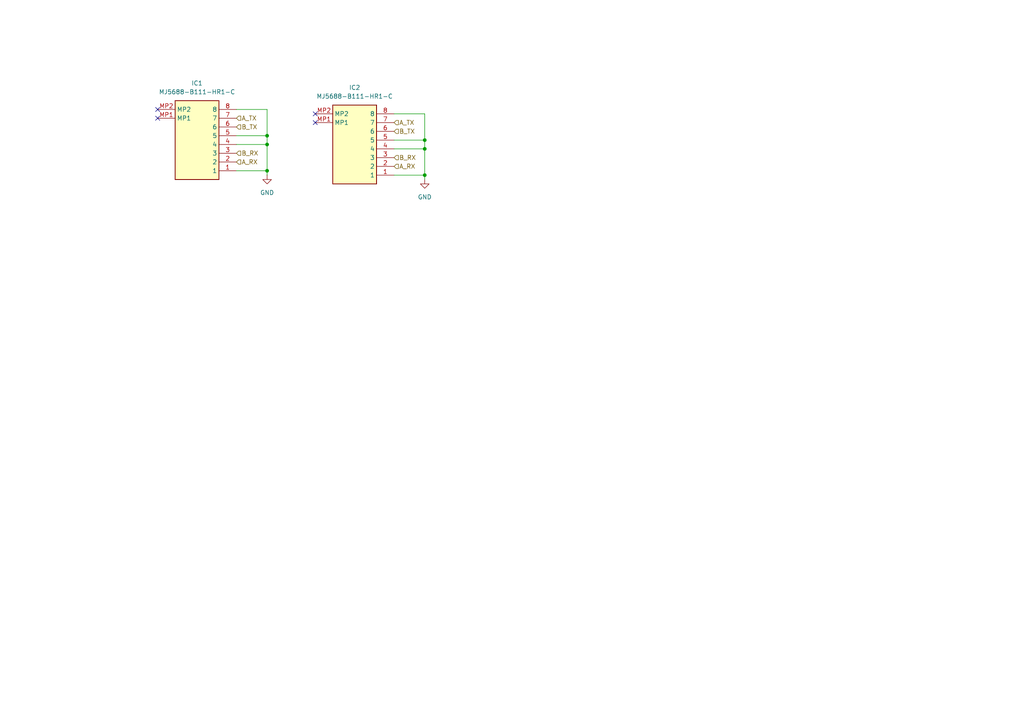
<source format=kicad_sch>
(kicad_sch
	(version 20231120)
	(generator "eeschema")
	(generator_version "8.0")
	(uuid "afba5ac6-4440-4d63-ba2e-6387288c74d1")
	(paper "A4")
	(title_block
		(title "BioReactify Master")
		(rev "400")
		(comment 1 "Controller & Measurement Board")
		(comment 2 "Alexis Saldivar")
	)
	(lib_symbols
		(symbol "SamacSys_Parts:MJ5688-B111-HR1-C"
			(exclude_from_sim no)
			(in_bom yes)
			(on_board yes)
			(property "Reference" "IC"
				(at 19.05 7.62 0)
				(effects
					(font
						(size 1.27 1.27)
					)
					(justify left top)
				)
			)
			(property "Value" "MJ5688-B111-HR1-C"
				(at 19.05 5.08 0)
				(effects
					(font
						(size 1.27 1.27)
					)
					(justify left top)
				)
			)
			(property "Footprint" "MJ5688B111HR1C"
				(at 19.05 -94.92 0)
				(effects
					(font
						(size 1.27 1.27)
					)
					(justify left top)
					(hide yes)
				)
			)
			(property "Datasheet" "https://datasheet.lcsc.com/lcsc/2003281412_Heling-MJ5688-B111-HR1-C_C501471.pdf"
				(at 19.05 -194.92 0)
				(effects
					(font
						(size 1.27 1.27)
					)
					(justify left top)
					(hide yes)
				)
			)
			(property "Description" "RJ45 RJReceptacle 1 Yes Surface Mount Without LED -40~+80 SMD Ethernet Connectors/Modular Connectors (RJ45 RJ11) ROHS"
				(at 0 0 0)
				(effects
					(font
						(size 1.27 1.27)
					)
					(hide yes)
				)
			)
			(property "Height" "13.8"
				(at 19.05 -394.92 0)
				(effects
					(font
						(size 1.27 1.27)
					)
					(justify left top)
					(hide yes)
				)
			)
			(property "Manufacturer_Name" "Heling"
				(at 19.05 -494.92 0)
				(effects
					(font
						(size 1.27 1.27)
					)
					(justify left top)
					(hide yes)
				)
			)
			(property "Manufacturer_Part_Number" "MJ5688-B111-HR1-C"
				(at 19.05 -594.92 0)
				(effects
					(font
						(size 1.27 1.27)
					)
					(justify left top)
					(hide yes)
				)
			)
			(property "Mouser Part Number" ""
				(at 19.05 -694.92 0)
				(effects
					(font
						(size 1.27 1.27)
					)
					(justify left top)
					(hide yes)
				)
			)
			(property "Mouser Price/Stock" ""
				(at 19.05 -794.92 0)
				(effects
					(font
						(size 1.27 1.27)
					)
					(justify left top)
					(hide yes)
				)
			)
			(property "Arrow Part Number" ""
				(at 19.05 -894.92 0)
				(effects
					(font
						(size 1.27 1.27)
					)
					(justify left top)
					(hide yes)
				)
			)
			(property "Arrow Price/Stock" ""
				(at 19.05 -994.92 0)
				(effects
					(font
						(size 1.27 1.27)
					)
					(justify left top)
					(hide yes)
				)
			)
			(symbol "MJ5688-B111-HR1-C_1_1"
				(rectangle
					(start 5.08 2.54)
					(end 17.78 -20.32)
					(stroke
						(width 0.254)
						(type default)
					)
					(fill
						(type background)
					)
				)
				(pin passive line
					(at 22.86 -17.78 180)
					(length 5.08)
					(name "1"
						(effects
							(font
								(size 1.27 1.27)
							)
						)
					)
					(number "1"
						(effects
							(font
								(size 1.27 1.27)
							)
						)
					)
				)
				(pin passive line
					(at 22.86 -15.24 180)
					(length 5.08)
					(name "2"
						(effects
							(font
								(size 1.27 1.27)
							)
						)
					)
					(number "2"
						(effects
							(font
								(size 1.27 1.27)
							)
						)
					)
				)
				(pin passive line
					(at 22.86 -12.7 180)
					(length 5.08)
					(name "3"
						(effects
							(font
								(size 1.27 1.27)
							)
						)
					)
					(number "3"
						(effects
							(font
								(size 1.27 1.27)
							)
						)
					)
				)
				(pin passive line
					(at 22.86 -10.16 180)
					(length 5.08)
					(name "4"
						(effects
							(font
								(size 1.27 1.27)
							)
						)
					)
					(number "4"
						(effects
							(font
								(size 1.27 1.27)
							)
						)
					)
				)
				(pin passive line
					(at 22.86 -7.62 180)
					(length 5.08)
					(name "5"
						(effects
							(font
								(size 1.27 1.27)
							)
						)
					)
					(number "5"
						(effects
							(font
								(size 1.27 1.27)
							)
						)
					)
				)
				(pin passive line
					(at 22.86 -5.08 180)
					(length 5.08)
					(name "6"
						(effects
							(font
								(size 1.27 1.27)
							)
						)
					)
					(number "6"
						(effects
							(font
								(size 1.27 1.27)
							)
						)
					)
				)
				(pin passive line
					(at 22.86 -2.54 180)
					(length 5.08)
					(name "7"
						(effects
							(font
								(size 1.27 1.27)
							)
						)
					)
					(number "7"
						(effects
							(font
								(size 1.27 1.27)
							)
						)
					)
				)
				(pin passive line
					(at 22.86 0 180)
					(length 5.08)
					(name "8"
						(effects
							(font
								(size 1.27 1.27)
							)
						)
					)
					(number "8"
						(effects
							(font
								(size 1.27 1.27)
							)
						)
					)
				)
				(pin passive line
					(at 0 -2.54 0)
					(length 5.08)
					(name "MP1"
						(effects
							(font
								(size 1.27 1.27)
							)
						)
					)
					(number "MP1"
						(effects
							(font
								(size 1.27 1.27)
							)
						)
					)
				)
				(pin passive line
					(at 0 0 0)
					(length 5.08)
					(name "MP2"
						(effects
							(font
								(size 1.27 1.27)
							)
						)
					)
					(number "MP2"
						(effects
							(font
								(size 1.27 1.27)
							)
						)
					)
				)
			)
		)
		(symbol "power:GND"
			(power)
			(pin_numbers hide)
			(pin_names
				(offset 0) hide)
			(exclude_from_sim no)
			(in_bom yes)
			(on_board yes)
			(property "Reference" "#PWR"
				(at 0 -6.35 0)
				(effects
					(font
						(size 1.27 1.27)
					)
					(hide yes)
				)
			)
			(property "Value" "GND"
				(at 0 -3.81 0)
				(effects
					(font
						(size 1.27 1.27)
					)
				)
			)
			(property "Footprint" ""
				(at 0 0 0)
				(effects
					(font
						(size 1.27 1.27)
					)
					(hide yes)
				)
			)
			(property "Datasheet" ""
				(at 0 0 0)
				(effects
					(font
						(size 1.27 1.27)
					)
					(hide yes)
				)
			)
			(property "Description" "Power symbol creates a global label with name \"GND\" , ground"
				(at 0 0 0)
				(effects
					(font
						(size 1.27 1.27)
					)
					(hide yes)
				)
			)
			(property "ki_keywords" "global power"
				(at 0 0 0)
				(effects
					(font
						(size 1.27 1.27)
					)
					(hide yes)
				)
			)
			(symbol "GND_0_1"
				(polyline
					(pts
						(xy 0 0) (xy 0 -1.27) (xy 1.27 -1.27) (xy 0 -2.54) (xy -1.27 -1.27) (xy 0 -1.27)
					)
					(stroke
						(width 0)
						(type default)
					)
					(fill
						(type none)
					)
				)
			)
			(symbol "GND_1_1"
				(pin power_in line
					(at 0 0 270)
					(length 0)
					(name "~"
						(effects
							(font
								(size 1.27 1.27)
							)
						)
					)
					(number "1"
						(effects
							(font
								(size 1.27 1.27)
							)
						)
					)
				)
			)
		)
	)
	(junction
		(at 77.47 49.53)
		(diameter 0)
		(color 0 0 0 0)
		(uuid "0656f9bc-dc12-466a-a240-74fac14406db")
	)
	(junction
		(at 123.19 43.18)
		(diameter 0)
		(color 0 0 0 0)
		(uuid "1f990b40-75cb-4068-98fe-2149383b176a")
	)
	(junction
		(at 77.47 41.91)
		(diameter 0)
		(color 0 0 0 0)
		(uuid "252564ec-5221-4c80-aa9c-0d689c9369e6")
	)
	(junction
		(at 77.47 39.37)
		(diameter 0)
		(color 0 0 0 0)
		(uuid "8850fbbc-287a-4de3-8890-7fc12e652ec7")
	)
	(junction
		(at 123.19 40.64)
		(diameter 0)
		(color 0 0 0 0)
		(uuid "aed6b05a-446f-45bf-abc3-653f948b14ed")
	)
	(junction
		(at 123.19 50.8)
		(diameter 0)
		(color 0 0 0 0)
		(uuid "d44fc728-157c-49da-bc1b-6c010181b848")
	)
	(no_connect
		(at 45.72 31.75)
		(uuid "361e8dd0-e1d7-4a2b-9aa1-c5ab9f2f0d52")
	)
	(no_connect
		(at 91.44 33.02)
		(uuid "d24703af-7aee-40c1-bf41-881a6c75508f")
	)
	(no_connect
		(at 45.72 34.29)
		(uuid "d8d0887c-09e0-4ed7-a5ea-4b2e775f4495")
	)
	(no_connect
		(at 91.44 35.56)
		(uuid "dce69703-509a-4369-844a-22046d2d3d28")
	)
	(wire
		(pts
			(xy 123.19 40.64) (xy 123.19 43.18)
		)
		(stroke
			(width 0)
			(type default)
		)
		(uuid "099d8fe1-835c-494b-a49f-8216f96c6952")
	)
	(wire
		(pts
			(xy 123.19 33.02) (xy 123.19 40.64)
		)
		(stroke
			(width 0)
			(type default)
		)
		(uuid "0d161ddb-132a-40a8-bf02-d9a5c9b560e8")
	)
	(wire
		(pts
			(xy 77.47 41.91) (xy 77.47 49.53)
		)
		(stroke
			(width 0)
			(type default)
		)
		(uuid "0e654949-726e-43bb-8614-fba023e224eb")
	)
	(wire
		(pts
			(xy 68.58 39.37) (xy 77.47 39.37)
		)
		(stroke
			(width 0)
			(type default)
		)
		(uuid "0e661d71-4558-46e7-b5df-d283c2c41a9d")
	)
	(wire
		(pts
			(xy 77.47 49.53) (xy 77.47 50.8)
		)
		(stroke
			(width 0)
			(type default)
		)
		(uuid "4e65e9f4-84f5-4238-b47f-77034fd02d9f")
	)
	(wire
		(pts
			(xy 68.58 49.53) (xy 77.47 49.53)
		)
		(stroke
			(width 0)
			(type default)
		)
		(uuid "741e5f13-2195-41f7-a853-0774a57143b3")
	)
	(wire
		(pts
			(xy 123.19 50.8) (xy 123.19 52.07)
		)
		(stroke
			(width 0)
			(type default)
		)
		(uuid "820be725-989f-462a-a1d5-0bacb956f1bd")
	)
	(wire
		(pts
			(xy 77.47 39.37) (xy 77.47 41.91)
		)
		(stroke
			(width 0)
			(type default)
		)
		(uuid "842ca132-3e8e-4ff4-897b-2e9ec72e221f")
	)
	(wire
		(pts
			(xy 114.3 40.64) (xy 123.19 40.64)
		)
		(stroke
			(width 0)
			(type default)
		)
		(uuid "899140bb-125a-4093-b66c-bf49372e11b6")
	)
	(wire
		(pts
			(xy 77.47 31.75) (xy 77.47 39.37)
		)
		(stroke
			(width 0)
			(type default)
		)
		(uuid "9309f9f6-d9a6-48e9-8a41-dd2fe5f353c0")
	)
	(wire
		(pts
			(xy 114.3 43.18) (xy 123.19 43.18)
		)
		(stroke
			(width 0)
			(type default)
		)
		(uuid "99053913-858d-4fc0-a3eb-88d56970c7c9")
	)
	(wire
		(pts
			(xy 123.19 43.18) (xy 123.19 50.8)
		)
		(stroke
			(width 0)
			(type default)
		)
		(uuid "9ca450bd-f1ad-4b05-9465-5b28199bcc4c")
	)
	(wire
		(pts
			(xy 114.3 50.8) (xy 123.19 50.8)
		)
		(stroke
			(width 0)
			(type default)
		)
		(uuid "ae947bed-35f7-4f9f-84d2-6693d572448f")
	)
	(wire
		(pts
			(xy 114.3 33.02) (xy 123.19 33.02)
		)
		(stroke
			(width 0)
			(type default)
		)
		(uuid "c2d0cb8a-37ef-4084-9c1d-93285ff59075")
	)
	(wire
		(pts
			(xy 68.58 41.91) (xy 77.47 41.91)
		)
		(stroke
			(width 0)
			(type default)
		)
		(uuid "c66588bb-ae08-4ec8-b394-4388077fafce")
	)
	(wire
		(pts
			(xy 68.58 31.75) (xy 77.47 31.75)
		)
		(stroke
			(width 0)
			(type default)
		)
		(uuid "dff73f20-8ddd-47c4-8d37-702357b0a05f")
	)
	(hierarchical_label "B_RX"
		(shape input)
		(at 68.58 44.45 0)
		(fields_autoplaced yes)
		(effects
			(font
				(size 1.27 1.27)
			)
			(justify left)
		)
		(uuid "0ba44bb7-4e58-422b-86f7-26959371874b")
	)
	(hierarchical_label "A_RX"
		(shape input)
		(at 68.58 46.99 0)
		(fields_autoplaced yes)
		(effects
			(font
				(size 1.27 1.27)
			)
			(justify left)
		)
		(uuid "2ad5ab64-bd79-40e1-852a-1b7f82bd78c9")
	)
	(hierarchical_label "B_TX"
		(shape input)
		(at 114.3 38.1 0)
		(fields_autoplaced yes)
		(effects
			(font
				(size 1.27 1.27)
			)
			(justify left)
		)
		(uuid "49265d09-9507-44a8-990d-6c2a8b8cfd47")
	)
	(hierarchical_label "A_TX"
		(shape input)
		(at 114.3 35.56 0)
		(fields_autoplaced yes)
		(effects
			(font
				(size 1.27 1.27)
			)
			(justify left)
		)
		(uuid "4bb7087e-85d0-49a3-a940-c14cb0feb9a7")
	)
	(hierarchical_label "A_TX"
		(shape input)
		(at 68.58 34.29 0)
		(fields_autoplaced yes)
		(effects
			(font
				(size 1.27 1.27)
			)
			(justify left)
		)
		(uuid "92889cd3-cdaa-4b9c-851c-8851802b5f47")
	)
	(hierarchical_label "B_TX"
		(shape input)
		(at 68.58 36.83 0)
		(fields_autoplaced yes)
		(effects
			(font
				(size 1.27 1.27)
			)
			(justify left)
		)
		(uuid "bb347022-726a-4882-bef3-4c3265bfe12d")
	)
	(hierarchical_label "B_RX"
		(shape input)
		(at 114.3 45.72 0)
		(fields_autoplaced yes)
		(effects
			(font
				(size 1.27 1.27)
			)
			(justify left)
		)
		(uuid "d1652a3a-dd15-49a8-9ded-17d790dc716f")
	)
	(hierarchical_label "A_RX"
		(shape input)
		(at 114.3 48.26 0)
		(fields_autoplaced yes)
		(effects
			(font
				(size 1.27 1.27)
			)
			(justify left)
		)
		(uuid "d55d60fe-d86c-4aae-9ce6-8f66dbb1e7fe")
	)
	(symbol
		(lib_id "power:GND")
		(at 123.19 52.07 0)
		(unit 1)
		(exclude_from_sim no)
		(in_bom yes)
		(on_board yes)
		(dnp no)
		(fields_autoplaced yes)
		(uuid "450f67ff-a057-48e6-8862-779f8b2aba4d")
		(property "Reference" "#PWR051"
			(at 123.19 58.42 0)
			(effects
				(font
					(size 1.27 1.27)
				)
				(hide yes)
			)
		)
		(property "Value" "GND"
			(at 123.19 57.15 0)
			(effects
				(font
					(size 1.27 1.27)
				)
			)
		)
		(property "Footprint" ""
			(at 123.19 52.07 0)
			(effects
				(font
					(size 1.27 1.27)
				)
				(hide yes)
			)
		)
		(property "Datasheet" ""
			(at 123.19 52.07 0)
			(effects
				(font
					(size 1.27 1.27)
				)
				(hide yes)
			)
		)
		(property "Description" "Power symbol creates a global label with name \"GND\" , ground"
			(at 123.19 52.07 0)
			(effects
				(font
					(size 1.27 1.27)
				)
				(hide yes)
			)
		)
		(pin "1"
			(uuid "cdf4311f-bf8b-42d7-a6d7-a288c1246218")
		)
		(instances
			(project "BioReactify"
				(path "/f275995d-e5b5-425a-b4cf-d04224d3feca/8e97a085-475c-45eb-a38e-cbac1da1dc25"
					(reference "#PWR051")
					(unit 1)
				)
			)
		)
	)
	(symbol
		(lib_id "SamacSys_Parts:MJ5688-B111-HR1-C")
		(at 45.72 31.75 0)
		(unit 1)
		(exclude_from_sim no)
		(in_bom yes)
		(on_board yes)
		(dnp no)
		(fields_autoplaced yes)
		(uuid "8aa09972-4bd0-4c64-a1ad-730aa8d67764")
		(property "Reference" "IC1"
			(at 57.15 24.13 0)
			(effects
				(font
					(size 1.27 1.27)
				)
			)
		)
		(property "Value" "MJ5688-B111-HR1-C"
			(at 57.15 26.67 0)
			(effects
				(font
					(size 1.27 1.27)
				)
			)
		)
		(property "Footprint" "SamacSys_Parts:MJ5688B111HR1C"
			(at 64.77 126.67 0)
			(effects
				(font
					(size 1.27 1.27)
				)
				(justify left top)
				(hide yes)
			)
		)
		(property "Datasheet" "https://datasheet.lcsc.com/lcsc/2003281412_Heling-MJ5688-B111-HR1-C_C501471.pdf"
			(at 64.77 226.67 0)
			(effects
				(font
					(size 1.27 1.27)
				)
				(justify left top)
				(hide yes)
			)
		)
		(property "Description" "RJ45 RJReceptacle 1 Yes Surface Mount Without LED -40~+80 SMD Ethernet Connectors/Modular Connectors (RJ45 RJ11) ROHS"
			(at 45.72 31.75 0)
			(effects
				(font
					(size 1.27 1.27)
				)
				(hide yes)
			)
		)
		(property "Height" "13.8"
			(at 64.77 426.67 0)
			(effects
				(font
					(size 1.27 1.27)
				)
				(justify left top)
				(hide yes)
			)
		)
		(property "Manufacturer_Name" "Heling"
			(at 64.77 526.67 0)
			(effects
				(font
					(size 1.27 1.27)
				)
				(justify left top)
				(hide yes)
			)
		)
		(property "Manufacturer_Part_Number" "MJ5688-B111-HR1-C"
			(at 64.77 626.67 0)
			(effects
				(font
					(size 1.27 1.27)
				)
				(justify left top)
				(hide yes)
			)
		)
		(property "Mouser Part Number" ""
			(at 64.77 726.67 0)
			(effects
				(font
					(size 1.27 1.27)
				)
				(justify left top)
				(hide yes)
			)
		)
		(property "Mouser Price/Stock" ""
			(at 64.77 826.67 0)
			(effects
				(font
					(size 1.27 1.27)
				)
				(justify left top)
				(hide yes)
			)
		)
		(property "Arrow Part Number" ""
			(at 64.77 926.67 0)
			(effects
				(font
					(size 1.27 1.27)
				)
				(justify left top)
				(hide yes)
			)
		)
		(property "Arrow Price/Stock" ""
			(at 64.77 1026.67 0)
			(effects
				(font
					(size 1.27 1.27)
				)
				(justify left top)
				(hide yes)
			)
		)
		(pin "7"
			(uuid "5f7fc33f-1bcb-4fc7-b518-cade662d1eb5")
		)
		(pin "MP1"
			(uuid "36fa207b-c18d-45c4-b936-ebb1f53eaf42")
		)
		(pin "3"
			(uuid "6faa3ec5-61ff-4921-a9bf-8a2c21e621fa")
		)
		(pin "1"
			(uuid "c16ea2dd-069a-4bd0-a4b6-bba64d23cd30")
		)
		(pin "4"
			(uuid "4a761718-1927-4088-99f3-f262a937d4dc")
		)
		(pin "6"
			(uuid "ef549ecb-315f-49df-ae02-e3a31ea6c2dd")
		)
		(pin "MP2"
			(uuid "e7e0a6d1-7cb6-4b94-9596-bf73d899d91a")
		)
		(pin "2"
			(uuid "94f6e2ce-6d4b-47ab-aee0-61927a009268")
		)
		(pin "5"
			(uuid "06294c57-2077-475a-9af6-17eb8784fad6")
		)
		(pin "8"
			(uuid "cb33a976-6cfd-4715-90fe-2dbdf95eec98")
		)
		(instances
			(project "BioReactify"
				(path "/f275995d-e5b5-425a-b4cf-d04224d3feca/8e97a085-475c-45eb-a38e-cbac1da1dc25"
					(reference "IC1")
					(unit 1)
				)
			)
		)
	)
	(symbol
		(lib_id "power:GND")
		(at 77.47 50.8 0)
		(unit 1)
		(exclude_from_sim no)
		(in_bom yes)
		(on_board yes)
		(dnp no)
		(fields_autoplaced yes)
		(uuid "e31d0452-32dc-45e2-b0c5-0200bbe8a64e")
		(property "Reference" "#PWR050"
			(at 77.47 57.15 0)
			(effects
				(font
					(size 1.27 1.27)
				)
				(hide yes)
			)
		)
		(property "Value" "GND"
			(at 77.47 55.88 0)
			(effects
				(font
					(size 1.27 1.27)
				)
			)
		)
		(property "Footprint" ""
			(at 77.47 50.8 0)
			(effects
				(font
					(size 1.27 1.27)
				)
				(hide yes)
			)
		)
		(property "Datasheet" ""
			(at 77.47 50.8 0)
			(effects
				(font
					(size 1.27 1.27)
				)
				(hide yes)
			)
		)
		(property "Description" "Power symbol creates a global label with name \"GND\" , ground"
			(at 77.47 50.8 0)
			(effects
				(font
					(size 1.27 1.27)
				)
				(hide yes)
			)
		)
		(pin "1"
			(uuid "b5924088-84b5-431c-af80-857ddf4879d7")
		)
		(instances
			(project "BioReactify"
				(path "/f275995d-e5b5-425a-b4cf-d04224d3feca/8e97a085-475c-45eb-a38e-cbac1da1dc25"
					(reference "#PWR050")
					(unit 1)
				)
			)
		)
	)
	(symbol
		(lib_id "SamacSys_Parts:MJ5688-B111-HR1-C")
		(at 91.44 33.02 0)
		(unit 1)
		(exclude_from_sim no)
		(in_bom yes)
		(on_board yes)
		(dnp no)
		(fields_autoplaced yes)
		(uuid "f4fa4cf9-b865-40ff-8a67-ecbcf6a2ef59")
		(property "Reference" "IC2"
			(at 102.87 25.4 0)
			(effects
				(font
					(size 1.27 1.27)
				)
			)
		)
		(property "Value" "MJ5688-B111-HR1-C"
			(at 102.87 27.94 0)
			(effects
				(font
					(size 1.27 1.27)
				)
			)
		)
		(property "Footprint" "SamacSys_Parts:MJ5688B111HR1C"
			(at 110.49 127.94 0)
			(effects
				(font
					(size 1.27 1.27)
				)
				(justify left top)
				(hide yes)
			)
		)
		(property "Datasheet" "https://datasheet.lcsc.com/lcsc/2003281412_Heling-MJ5688-B111-HR1-C_C501471.pdf"
			(at 110.49 227.94 0)
			(effects
				(font
					(size 1.27 1.27)
				)
				(justify left top)
				(hide yes)
			)
		)
		(property "Description" "RJ45 RJReceptacle 1 Yes Surface Mount Without LED -40~+80 SMD Ethernet Connectors/Modular Connectors (RJ45 RJ11) ROHS"
			(at 91.44 33.02 0)
			(effects
				(font
					(size 1.27 1.27)
				)
				(hide yes)
			)
		)
		(property "Height" "13.8"
			(at 110.49 427.94 0)
			(effects
				(font
					(size 1.27 1.27)
				)
				(justify left top)
				(hide yes)
			)
		)
		(property "Manufacturer_Name" "Heling"
			(at 110.49 527.94 0)
			(effects
				(font
					(size 1.27 1.27)
				)
				(justify left top)
				(hide yes)
			)
		)
		(property "Manufacturer_Part_Number" "MJ5688-B111-HR1-C"
			(at 110.49 627.94 0)
			(effects
				(font
					(size 1.27 1.27)
				)
				(justify left top)
				(hide yes)
			)
		)
		(property "Mouser Part Number" ""
			(at 110.49 727.94 0)
			(effects
				(font
					(size 1.27 1.27)
				)
				(justify left top)
				(hide yes)
			)
		)
		(property "Mouser Price/Stock" ""
			(at 110.49 827.94 0)
			(effects
				(font
					(size 1.27 1.27)
				)
				(justify left top)
				(hide yes)
			)
		)
		(property "Arrow Part Number" ""
			(at 110.49 927.94 0)
			(effects
				(font
					(size 1.27 1.27)
				)
				(justify left top)
				(hide yes)
			)
		)
		(property "Arrow Price/Stock" ""
			(at 110.49 1027.94 0)
			(effects
				(font
					(size 1.27 1.27)
				)
				(justify left top)
				(hide yes)
			)
		)
		(pin "7"
			(uuid "35523202-d53e-409b-9bca-8fbb341d0edc")
		)
		(pin "MP1"
			(uuid "3443f45f-4152-4a55-af04-29e47702023b")
		)
		(pin "3"
			(uuid "00012b99-6257-407e-9e42-91f80e2de5b7")
		)
		(pin "1"
			(uuid "2e3cff09-97c5-47a6-9f08-79551dbd2022")
		)
		(pin "4"
			(uuid "2621ae9c-7a6a-4faf-a515-ee0f0ec7e1f9")
		)
		(pin "6"
			(uuid "7e4180da-beba-4519-be33-831223d7ab11")
		)
		(pin "MP2"
			(uuid "0ca31452-e166-4a61-aa9d-bcab35f8c414")
		)
		(pin "2"
			(uuid "ae60fa45-89b2-454d-9d8d-443b8a36ab11")
		)
		(pin "5"
			(uuid "c5a80bfa-7cc3-4591-a2c3-7f408444a09c")
		)
		(pin "8"
			(uuid "b29016b1-3461-482b-aa8f-248fb7efc257")
		)
		(instances
			(project "BioReactify"
				(path "/f275995d-e5b5-425a-b4cf-d04224d3feca/8e97a085-475c-45eb-a38e-cbac1da1dc25"
					(reference "IC2")
					(unit 1)
				)
			)
		)
	)
)
</source>
